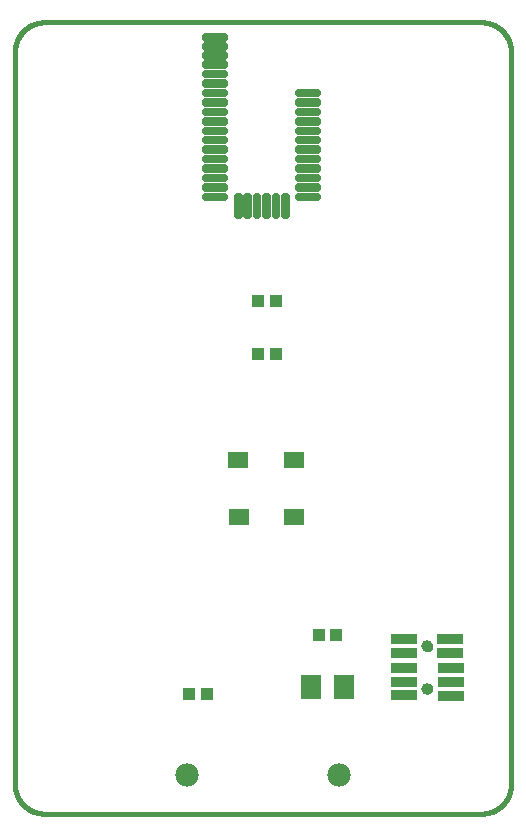
<source format=gts>
G75*
%MOIN*%
%OFA0B0*%
%FSLAX25Y25*%
%IPPOS*%
%LPD*%
%AMOC8*
5,1,8,0,0,1.08239X$1,22.5*
%
%ADD10C,0.01600*%
%ADD11C,0.01938*%
%ADD12R,0.06902X0.05524*%
%ADD13R,0.08800X0.03300*%
%ADD14C,0.00000*%
%ADD15C,0.03950*%
%ADD16C,0.07800*%
%ADD17R,0.07099X0.07887*%
%ADD18R,0.03950X0.03950*%
D10*
X0004556Y0015973D02*
X0004556Y0260068D01*
X0004555Y0260068D02*
X0004558Y0260306D01*
X0004566Y0260544D01*
X0004581Y0260781D01*
X0004601Y0261018D01*
X0004627Y0261254D01*
X0004658Y0261490D01*
X0004695Y0261725D01*
X0004738Y0261959D01*
X0004787Y0262192D01*
X0004841Y0262424D01*
X0004901Y0262654D01*
X0004966Y0262883D01*
X0005037Y0263110D01*
X0005113Y0263335D01*
X0005195Y0263558D01*
X0005282Y0263780D01*
X0005374Y0263999D01*
X0005472Y0264216D01*
X0005574Y0264430D01*
X0005682Y0264642D01*
X0005796Y0264852D01*
X0005914Y0265058D01*
X0006037Y0265262D01*
X0006165Y0265462D01*
X0006297Y0265659D01*
X0006435Y0265854D01*
X0006577Y0266044D01*
X0006724Y0266232D01*
X0006875Y0266415D01*
X0007030Y0266595D01*
X0007190Y0266771D01*
X0007354Y0266943D01*
X0007523Y0267112D01*
X0007695Y0267276D01*
X0007871Y0267436D01*
X0008051Y0267591D01*
X0008234Y0267742D01*
X0008422Y0267889D01*
X0008612Y0268031D01*
X0008807Y0268169D01*
X0009004Y0268301D01*
X0009204Y0268429D01*
X0009408Y0268552D01*
X0009614Y0268670D01*
X0009824Y0268784D01*
X0010036Y0268892D01*
X0010250Y0268994D01*
X0010467Y0269092D01*
X0010686Y0269184D01*
X0010908Y0269271D01*
X0011131Y0269353D01*
X0011356Y0269429D01*
X0011583Y0269500D01*
X0011812Y0269565D01*
X0012042Y0269625D01*
X0012274Y0269679D01*
X0012507Y0269728D01*
X0012741Y0269771D01*
X0012976Y0269808D01*
X0013212Y0269839D01*
X0013448Y0269865D01*
X0013685Y0269885D01*
X0013922Y0269900D01*
X0014160Y0269908D01*
X0014398Y0269911D01*
X0014398Y0269910D02*
X0160068Y0269910D01*
X0160068Y0269911D02*
X0160306Y0269908D01*
X0160544Y0269900D01*
X0160781Y0269885D01*
X0161018Y0269865D01*
X0161254Y0269839D01*
X0161490Y0269808D01*
X0161725Y0269771D01*
X0161959Y0269728D01*
X0162192Y0269679D01*
X0162424Y0269625D01*
X0162654Y0269565D01*
X0162883Y0269500D01*
X0163110Y0269429D01*
X0163335Y0269353D01*
X0163558Y0269271D01*
X0163780Y0269184D01*
X0163999Y0269092D01*
X0164216Y0268994D01*
X0164430Y0268892D01*
X0164642Y0268784D01*
X0164852Y0268670D01*
X0165058Y0268552D01*
X0165262Y0268429D01*
X0165462Y0268301D01*
X0165659Y0268169D01*
X0165854Y0268031D01*
X0166044Y0267889D01*
X0166232Y0267742D01*
X0166415Y0267591D01*
X0166595Y0267436D01*
X0166771Y0267276D01*
X0166943Y0267112D01*
X0167112Y0266943D01*
X0167276Y0266771D01*
X0167436Y0266595D01*
X0167591Y0266415D01*
X0167742Y0266232D01*
X0167889Y0266044D01*
X0168031Y0265854D01*
X0168169Y0265659D01*
X0168301Y0265462D01*
X0168429Y0265262D01*
X0168552Y0265058D01*
X0168670Y0264852D01*
X0168784Y0264642D01*
X0168892Y0264430D01*
X0168994Y0264216D01*
X0169092Y0263999D01*
X0169184Y0263780D01*
X0169271Y0263558D01*
X0169353Y0263335D01*
X0169429Y0263110D01*
X0169500Y0262883D01*
X0169565Y0262654D01*
X0169625Y0262424D01*
X0169679Y0262192D01*
X0169728Y0261959D01*
X0169771Y0261725D01*
X0169808Y0261490D01*
X0169839Y0261254D01*
X0169865Y0261018D01*
X0169885Y0260781D01*
X0169900Y0260544D01*
X0169908Y0260306D01*
X0169911Y0260068D01*
X0169910Y0260068D02*
X0169910Y0015973D01*
X0169911Y0015973D02*
X0169908Y0015735D01*
X0169900Y0015497D01*
X0169885Y0015260D01*
X0169865Y0015023D01*
X0169839Y0014787D01*
X0169808Y0014551D01*
X0169771Y0014316D01*
X0169728Y0014082D01*
X0169679Y0013849D01*
X0169625Y0013617D01*
X0169565Y0013387D01*
X0169500Y0013158D01*
X0169429Y0012931D01*
X0169353Y0012706D01*
X0169271Y0012483D01*
X0169184Y0012261D01*
X0169092Y0012042D01*
X0168994Y0011825D01*
X0168892Y0011611D01*
X0168784Y0011399D01*
X0168670Y0011189D01*
X0168552Y0010983D01*
X0168429Y0010779D01*
X0168301Y0010579D01*
X0168169Y0010382D01*
X0168031Y0010187D01*
X0167889Y0009997D01*
X0167742Y0009809D01*
X0167591Y0009626D01*
X0167436Y0009446D01*
X0167276Y0009270D01*
X0167112Y0009098D01*
X0166943Y0008929D01*
X0166771Y0008765D01*
X0166595Y0008605D01*
X0166415Y0008450D01*
X0166232Y0008299D01*
X0166044Y0008152D01*
X0165854Y0008010D01*
X0165659Y0007872D01*
X0165462Y0007740D01*
X0165262Y0007612D01*
X0165058Y0007489D01*
X0164852Y0007371D01*
X0164642Y0007257D01*
X0164430Y0007149D01*
X0164216Y0007047D01*
X0163999Y0006949D01*
X0163780Y0006857D01*
X0163558Y0006770D01*
X0163335Y0006688D01*
X0163110Y0006612D01*
X0162883Y0006541D01*
X0162654Y0006476D01*
X0162424Y0006416D01*
X0162192Y0006362D01*
X0161959Y0006313D01*
X0161725Y0006270D01*
X0161490Y0006233D01*
X0161254Y0006202D01*
X0161018Y0006176D01*
X0160781Y0006156D01*
X0160544Y0006141D01*
X0160306Y0006133D01*
X0160068Y0006130D01*
X0160068Y0006131D02*
X0014398Y0006131D01*
X0014398Y0006130D02*
X0014160Y0006133D01*
X0013922Y0006141D01*
X0013685Y0006156D01*
X0013448Y0006176D01*
X0013212Y0006202D01*
X0012976Y0006233D01*
X0012741Y0006270D01*
X0012507Y0006313D01*
X0012274Y0006362D01*
X0012042Y0006416D01*
X0011812Y0006476D01*
X0011583Y0006541D01*
X0011356Y0006612D01*
X0011131Y0006688D01*
X0010908Y0006770D01*
X0010686Y0006857D01*
X0010467Y0006949D01*
X0010250Y0007047D01*
X0010036Y0007149D01*
X0009824Y0007257D01*
X0009614Y0007371D01*
X0009408Y0007489D01*
X0009204Y0007612D01*
X0009004Y0007740D01*
X0008807Y0007872D01*
X0008612Y0008010D01*
X0008422Y0008152D01*
X0008234Y0008299D01*
X0008051Y0008450D01*
X0007871Y0008605D01*
X0007695Y0008765D01*
X0007523Y0008929D01*
X0007354Y0009098D01*
X0007190Y0009270D01*
X0007030Y0009446D01*
X0006875Y0009626D01*
X0006724Y0009809D01*
X0006577Y0009997D01*
X0006435Y0010187D01*
X0006297Y0010382D01*
X0006165Y0010579D01*
X0006037Y0010779D01*
X0005914Y0010983D01*
X0005796Y0011189D01*
X0005682Y0011399D01*
X0005574Y0011611D01*
X0005472Y0011825D01*
X0005374Y0012042D01*
X0005282Y0012261D01*
X0005195Y0012483D01*
X0005113Y0012706D01*
X0005037Y0012931D01*
X0004966Y0013158D01*
X0004901Y0013387D01*
X0004841Y0013617D01*
X0004787Y0013849D01*
X0004738Y0014082D01*
X0004695Y0014316D01*
X0004658Y0014551D01*
X0004627Y0014787D01*
X0004601Y0015023D01*
X0004581Y0015260D01*
X0004566Y0015497D01*
X0004558Y0015735D01*
X0004555Y0015973D01*
D11*
X0079420Y0205204D02*
X0079420Y0211940D01*
X0079420Y0205204D02*
X0078590Y0205204D01*
X0078590Y0211940D01*
X0079420Y0211940D01*
X0079420Y0207141D02*
X0078590Y0207141D01*
X0078590Y0209078D02*
X0079420Y0209078D01*
X0079420Y0211015D02*
X0078590Y0211015D01*
X0082569Y0211940D02*
X0082569Y0205204D01*
X0081739Y0205204D01*
X0081739Y0211940D01*
X0082569Y0211940D01*
X0082569Y0207141D02*
X0081739Y0207141D01*
X0081739Y0209078D02*
X0082569Y0209078D01*
X0082569Y0211015D02*
X0081739Y0211015D01*
X0085719Y0211940D02*
X0085719Y0205204D01*
X0084889Y0205204D01*
X0084889Y0211940D01*
X0085719Y0211940D01*
X0085719Y0207141D02*
X0084889Y0207141D01*
X0084889Y0209078D02*
X0085719Y0209078D01*
X0085719Y0211015D02*
X0084889Y0211015D01*
X0088869Y0211940D02*
X0088869Y0205204D01*
X0088039Y0205204D01*
X0088039Y0211940D01*
X0088869Y0211940D01*
X0088869Y0207141D02*
X0088039Y0207141D01*
X0088039Y0209078D02*
X0088869Y0209078D01*
X0088869Y0211015D02*
X0088039Y0211015D01*
X0092018Y0211940D02*
X0092018Y0205204D01*
X0091188Y0205204D01*
X0091188Y0211940D01*
X0092018Y0211940D01*
X0092018Y0207141D02*
X0091188Y0207141D01*
X0091188Y0209078D02*
X0092018Y0209078D01*
X0092018Y0211015D02*
X0091188Y0211015D01*
X0095168Y0211940D02*
X0095168Y0205204D01*
X0094338Y0205204D01*
X0094338Y0211940D01*
X0095168Y0211940D01*
X0095168Y0207141D02*
X0094338Y0207141D01*
X0094338Y0209078D02*
X0095168Y0209078D01*
X0095168Y0211015D02*
X0094338Y0211015D01*
X0098865Y0211306D02*
X0105601Y0211306D01*
X0098865Y0211306D02*
X0098865Y0212136D01*
X0105601Y0212136D01*
X0105601Y0211306D01*
X0105601Y0214456D02*
X0098865Y0214456D01*
X0098865Y0215286D01*
X0105601Y0215286D01*
X0105601Y0214456D01*
X0105601Y0217605D02*
X0098865Y0217605D01*
X0098865Y0218435D01*
X0105601Y0218435D01*
X0105601Y0217605D01*
X0105601Y0220755D02*
X0098865Y0220755D01*
X0098865Y0221585D01*
X0105601Y0221585D01*
X0105601Y0220755D01*
X0105601Y0223905D02*
X0098865Y0223905D01*
X0098865Y0224735D01*
X0105601Y0224735D01*
X0105601Y0223905D01*
X0105601Y0227054D02*
X0098865Y0227054D01*
X0098865Y0227884D01*
X0105601Y0227884D01*
X0105601Y0227054D01*
X0105601Y0230204D02*
X0098865Y0230204D01*
X0098865Y0231034D01*
X0105601Y0231034D01*
X0105601Y0230204D01*
X0105601Y0233354D02*
X0098865Y0233354D01*
X0098865Y0234184D01*
X0105601Y0234184D01*
X0105601Y0233354D01*
X0105601Y0236503D02*
X0098865Y0236503D01*
X0098865Y0237333D01*
X0105601Y0237333D01*
X0105601Y0236503D01*
X0105601Y0239653D02*
X0098865Y0239653D01*
X0098865Y0240483D01*
X0105601Y0240483D01*
X0105601Y0239653D01*
X0105601Y0242802D02*
X0098865Y0242802D01*
X0098865Y0243632D01*
X0105601Y0243632D01*
X0105601Y0242802D01*
X0105601Y0245952D02*
X0098865Y0245952D01*
X0098865Y0246782D01*
X0105601Y0246782D01*
X0105601Y0245952D01*
X0074499Y0245952D02*
X0067763Y0245952D01*
X0067763Y0246782D01*
X0074499Y0246782D01*
X0074499Y0245952D01*
X0074499Y0242802D02*
X0067763Y0242802D01*
X0067763Y0243632D01*
X0074499Y0243632D01*
X0074499Y0242802D01*
X0074499Y0239653D02*
X0067763Y0239653D01*
X0067763Y0240483D01*
X0074499Y0240483D01*
X0074499Y0239653D01*
X0074499Y0236503D02*
X0067763Y0236503D01*
X0067763Y0237333D01*
X0074499Y0237333D01*
X0074499Y0236503D01*
X0074499Y0233354D02*
X0067763Y0233354D01*
X0067763Y0234184D01*
X0074499Y0234184D01*
X0074499Y0233354D01*
X0074499Y0230204D02*
X0067763Y0230204D01*
X0067763Y0231034D01*
X0074499Y0231034D01*
X0074499Y0230204D01*
X0074499Y0227054D02*
X0067763Y0227054D01*
X0067763Y0227884D01*
X0074499Y0227884D01*
X0074499Y0227054D01*
X0074499Y0223905D02*
X0067763Y0223905D01*
X0067763Y0224735D01*
X0074499Y0224735D01*
X0074499Y0223905D01*
X0074499Y0220755D02*
X0067763Y0220755D01*
X0067763Y0221585D01*
X0074499Y0221585D01*
X0074499Y0220755D01*
X0074499Y0217605D02*
X0067763Y0217605D01*
X0067763Y0218435D01*
X0074499Y0218435D01*
X0074499Y0217605D01*
X0074499Y0214456D02*
X0067763Y0214456D01*
X0067763Y0215286D01*
X0074499Y0215286D01*
X0074499Y0214456D01*
X0074499Y0211306D02*
X0067763Y0211306D01*
X0067763Y0212136D01*
X0074499Y0212136D01*
X0074499Y0211306D01*
X0074499Y0249102D02*
X0067763Y0249102D01*
X0067763Y0249932D01*
X0074499Y0249932D01*
X0074499Y0249102D01*
X0074499Y0252251D02*
X0067763Y0252251D01*
X0067763Y0253081D01*
X0074499Y0253081D01*
X0074499Y0252251D01*
X0074499Y0255401D02*
X0067763Y0255401D01*
X0067763Y0256231D01*
X0074499Y0256231D01*
X0074499Y0255401D01*
X0074499Y0258432D02*
X0067763Y0258432D01*
X0067763Y0259262D01*
X0074499Y0259262D01*
X0074499Y0258432D01*
X0074499Y0261464D02*
X0067763Y0261464D01*
X0067763Y0262294D01*
X0074499Y0262294D01*
X0074499Y0261464D01*
X0074499Y0264495D02*
X0067763Y0264495D01*
X0067763Y0265325D01*
X0074499Y0265325D01*
X0074499Y0264495D01*
D12*
X0078769Y0124044D03*
X0079162Y0105146D03*
X0097666Y0105146D03*
X0097666Y0124044D03*
D13*
X0134202Y0064280D03*
X0134202Y0059556D03*
X0134202Y0054831D03*
X0134202Y0050107D03*
X0134202Y0045580D03*
X0149753Y0045383D03*
X0149753Y0050107D03*
X0149753Y0054831D03*
X0149556Y0059556D03*
X0149556Y0064280D03*
D14*
X0140501Y0061918D02*
X0140503Y0061997D01*
X0140509Y0062076D01*
X0140519Y0062155D01*
X0140533Y0062233D01*
X0140550Y0062310D01*
X0140572Y0062386D01*
X0140597Y0062461D01*
X0140627Y0062534D01*
X0140659Y0062606D01*
X0140696Y0062677D01*
X0140736Y0062745D01*
X0140779Y0062811D01*
X0140825Y0062875D01*
X0140875Y0062937D01*
X0140928Y0062996D01*
X0140983Y0063052D01*
X0141042Y0063106D01*
X0141103Y0063156D01*
X0141166Y0063204D01*
X0141232Y0063248D01*
X0141300Y0063289D01*
X0141370Y0063326D01*
X0141441Y0063360D01*
X0141515Y0063390D01*
X0141589Y0063416D01*
X0141665Y0063438D01*
X0141742Y0063457D01*
X0141820Y0063472D01*
X0141898Y0063483D01*
X0141977Y0063490D01*
X0142056Y0063493D01*
X0142135Y0063492D01*
X0142214Y0063487D01*
X0142293Y0063478D01*
X0142371Y0063465D01*
X0142448Y0063448D01*
X0142525Y0063428D01*
X0142600Y0063403D01*
X0142674Y0063375D01*
X0142747Y0063343D01*
X0142817Y0063308D01*
X0142886Y0063269D01*
X0142953Y0063226D01*
X0143018Y0063180D01*
X0143080Y0063132D01*
X0143140Y0063080D01*
X0143197Y0063025D01*
X0143251Y0062967D01*
X0143302Y0062907D01*
X0143350Y0062844D01*
X0143395Y0062779D01*
X0143437Y0062711D01*
X0143475Y0062642D01*
X0143509Y0062571D01*
X0143540Y0062498D01*
X0143568Y0062423D01*
X0143591Y0062348D01*
X0143611Y0062271D01*
X0143627Y0062194D01*
X0143639Y0062115D01*
X0143647Y0062037D01*
X0143651Y0061958D01*
X0143651Y0061878D01*
X0143647Y0061799D01*
X0143639Y0061721D01*
X0143627Y0061642D01*
X0143611Y0061565D01*
X0143591Y0061488D01*
X0143568Y0061413D01*
X0143540Y0061338D01*
X0143509Y0061265D01*
X0143475Y0061194D01*
X0143437Y0061125D01*
X0143395Y0061057D01*
X0143350Y0060992D01*
X0143302Y0060929D01*
X0143251Y0060869D01*
X0143197Y0060811D01*
X0143140Y0060756D01*
X0143080Y0060704D01*
X0143018Y0060656D01*
X0142953Y0060610D01*
X0142886Y0060567D01*
X0142817Y0060528D01*
X0142747Y0060493D01*
X0142674Y0060461D01*
X0142600Y0060433D01*
X0142525Y0060408D01*
X0142448Y0060388D01*
X0142371Y0060371D01*
X0142293Y0060358D01*
X0142214Y0060349D01*
X0142135Y0060344D01*
X0142056Y0060343D01*
X0141977Y0060346D01*
X0141898Y0060353D01*
X0141820Y0060364D01*
X0141742Y0060379D01*
X0141665Y0060398D01*
X0141589Y0060420D01*
X0141515Y0060446D01*
X0141441Y0060476D01*
X0141370Y0060510D01*
X0141300Y0060547D01*
X0141232Y0060588D01*
X0141166Y0060632D01*
X0141103Y0060680D01*
X0141042Y0060730D01*
X0140983Y0060784D01*
X0140928Y0060840D01*
X0140875Y0060899D01*
X0140825Y0060961D01*
X0140779Y0061025D01*
X0140736Y0061091D01*
X0140696Y0061159D01*
X0140659Y0061230D01*
X0140627Y0061302D01*
X0140597Y0061375D01*
X0140572Y0061450D01*
X0140550Y0061526D01*
X0140533Y0061603D01*
X0140519Y0061681D01*
X0140509Y0061760D01*
X0140503Y0061839D01*
X0140501Y0061918D01*
X0140501Y0047745D02*
X0140503Y0047824D01*
X0140509Y0047903D01*
X0140519Y0047982D01*
X0140533Y0048060D01*
X0140550Y0048137D01*
X0140572Y0048213D01*
X0140597Y0048288D01*
X0140627Y0048361D01*
X0140659Y0048433D01*
X0140696Y0048504D01*
X0140736Y0048572D01*
X0140779Y0048638D01*
X0140825Y0048702D01*
X0140875Y0048764D01*
X0140928Y0048823D01*
X0140983Y0048879D01*
X0141042Y0048933D01*
X0141103Y0048983D01*
X0141166Y0049031D01*
X0141232Y0049075D01*
X0141300Y0049116D01*
X0141370Y0049153D01*
X0141441Y0049187D01*
X0141515Y0049217D01*
X0141589Y0049243D01*
X0141665Y0049265D01*
X0141742Y0049284D01*
X0141820Y0049299D01*
X0141898Y0049310D01*
X0141977Y0049317D01*
X0142056Y0049320D01*
X0142135Y0049319D01*
X0142214Y0049314D01*
X0142293Y0049305D01*
X0142371Y0049292D01*
X0142448Y0049275D01*
X0142525Y0049255D01*
X0142600Y0049230D01*
X0142674Y0049202D01*
X0142747Y0049170D01*
X0142817Y0049135D01*
X0142886Y0049096D01*
X0142953Y0049053D01*
X0143018Y0049007D01*
X0143080Y0048959D01*
X0143140Y0048907D01*
X0143197Y0048852D01*
X0143251Y0048794D01*
X0143302Y0048734D01*
X0143350Y0048671D01*
X0143395Y0048606D01*
X0143437Y0048538D01*
X0143475Y0048469D01*
X0143509Y0048398D01*
X0143540Y0048325D01*
X0143568Y0048250D01*
X0143591Y0048175D01*
X0143611Y0048098D01*
X0143627Y0048021D01*
X0143639Y0047942D01*
X0143647Y0047864D01*
X0143651Y0047785D01*
X0143651Y0047705D01*
X0143647Y0047626D01*
X0143639Y0047548D01*
X0143627Y0047469D01*
X0143611Y0047392D01*
X0143591Y0047315D01*
X0143568Y0047240D01*
X0143540Y0047165D01*
X0143509Y0047092D01*
X0143475Y0047021D01*
X0143437Y0046952D01*
X0143395Y0046884D01*
X0143350Y0046819D01*
X0143302Y0046756D01*
X0143251Y0046696D01*
X0143197Y0046638D01*
X0143140Y0046583D01*
X0143080Y0046531D01*
X0143018Y0046483D01*
X0142953Y0046437D01*
X0142886Y0046394D01*
X0142817Y0046355D01*
X0142747Y0046320D01*
X0142674Y0046288D01*
X0142600Y0046260D01*
X0142525Y0046235D01*
X0142448Y0046215D01*
X0142371Y0046198D01*
X0142293Y0046185D01*
X0142214Y0046176D01*
X0142135Y0046171D01*
X0142056Y0046170D01*
X0141977Y0046173D01*
X0141898Y0046180D01*
X0141820Y0046191D01*
X0141742Y0046206D01*
X0141665Y0046225D01*
X0141589Y0046247D01*
X0141515Y0046273D01*
X0141441Y0046303D01*
X0141370Y0046337D01*
X0141300Y0046374D01*
X0141232Y0046415D01*
X0141166Y0046459D01*
X0141103Y0046507D01*
X0141042Y0046557D01*
X0140983Y0046611D01*
X0140928Y0046667D01*
X0140875Y0046726D01*
X0140825Y0046788D01*
X0140779Y0046852D01*
X0140736Y0046918D01*
X0140696Y0046986D01*
X0140659Y0047057D01*
X0140627Y0047129D01*
X0140597Y0047202D01*
X0140572Y0047277D01*
X0140550Y0047353D01*
X0140533Y0047430D01*
X0140519Y0047508D01*
X0140509Y0047587D01*
X0140503Y0047666D01*
X0140501Y0047745D01*
D15*
X0142076Y0047745D03*
X0142076Y0061918D03*
D16*
X0112430Y0019123D03*
X0062036Y0019123D03*
D17*
X0103335Y0048296D03*
X0114359Y0048296D03*
D18*
X0111721Y0065658D03*
X0105816Y0065658D03*
X0068611Y0046052D03*
X0062706Y0046052D03*
X0085619Y0159398D03*
X0091524Y0159398D03*
X0091603Y0177036D03*
X0085698Y0177036D03*
M02*

</source>
